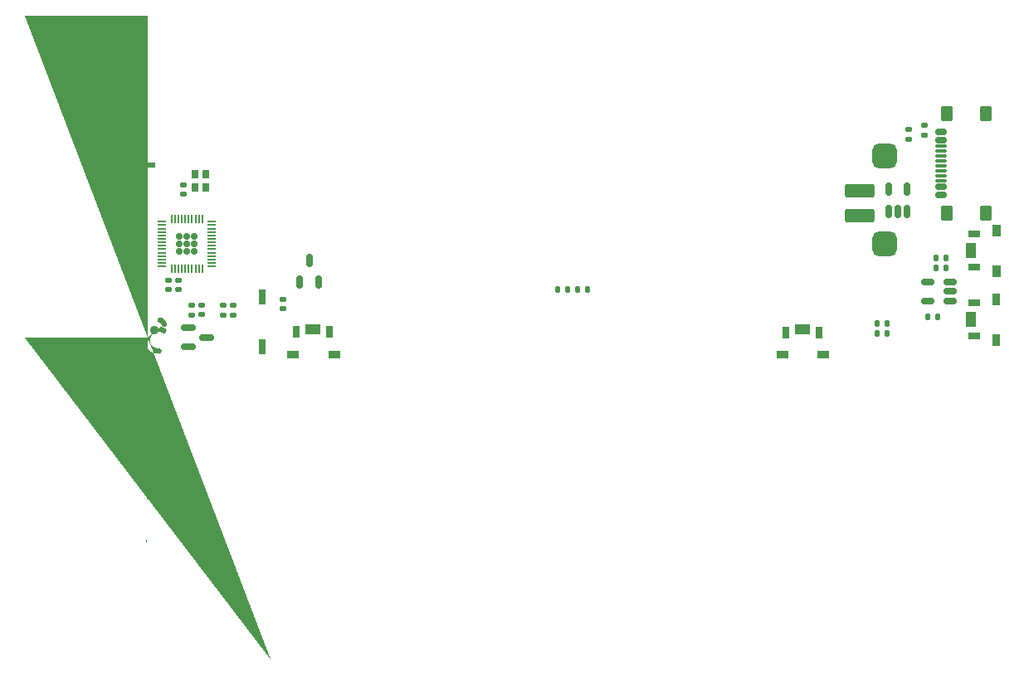
<source format=gbr>
%TF.GenerationSoftware,KiCad,Pcbnew,8.0.2-1.fc40*%
%TF.CreationDate,2025-03-27T00:29:42+07:00*%
%TF.ProjectId,BadgeMagic,42616467-654d-4616-9769-632e6b696361,rev?*%
%TF.SameCoordinates,Original*%
%TF.FileFunction,Paste,Top*%
%TF.FilePolarity,Positive*%
%FSLAX46Y46*%
G04 Gerber Fmt 4.6, Leading zero omitted, Abs format (unit mm)*
G04 Created by KiCad (PCBNEW 8.0.2-1.fc40) date 2025-03-27 00:29:42*
%MOMM*%
%LPD*%
G01*
G04 APERTURE LIST*
G04 Aperture macros list*
%AMRoundRect*
0 Rectangle with rounded corners*
0 $1 Rounding radius*
0 $2 $3 $4 $5 $6 $7 $8 $9 X,Y pos of 4 corners*
0 Add a 4 corners polygon primitive as box body*
4,1,4,$2,$3,$4,$5,$6,$7,$8,$9,$2,$3,0*
0 Add four circle primitives for the rounded corners*
1,1,$1+$1,$2,$3*
1,1,$1+$1,$4,$5*
1,1,$1+$1,$6,$7*
1,1,$1+$1,$8,$9*
0 Add four rect primitives between the rounded corners*
20,1,$1+$1,$2,$3,$4,$5,0*
20,1,$1+$1,$4,$5,$6,$7,0*
20,1,$1+$1,$6,$7,$8,$9,0*
20,1,$1+$1,$8,$9,$2,$3,0*%
%AMFreePoly0*
4,1,31,0.178810,0.549351,0.252244,0.488286,0.300365,0.405788,0.317367,0.311807,0.304552,0.116635,0.264621,-0.074837,0.254552,-0.102796,0.254066,-0.105238,0.253214,-0.106514,0.198358,-0.258863,0.107058,-0.431840,0.043354,-0.502995,-0.040846,-0.548072,-0.135385,-0.561633,-0.228860,-0.542041,-0.309998,-0.491660,-0.369011,-0.416568,-0.398782,-0.325819,-0.395721,-0.230362,-0.360194,-0.141710,
-0.328836,-0.091185,-0.280815,0.017619,-0.248450,0.132060,-0.232376,0.249898,-0.232627,0.309363,-0.216461,0.403491,-0.169076,0.486414,-0.096187,0.548129,-0.006586,0.581192,0.088919,0.581618,0.178810,0.549351,0.178810,0.549351,$1*%
%AMFreePoly1*
4,1,67,1.355826,1.110038,1.571854,1.049670,1.775415,0.955460,1.775415,0.955461,1.849167,0.894780,1.897718,0.812534,1.915210,0.718643,1.899536,0.624432,1.852583,0.541263,1.780017,0.479169,1.690591,0.445638,1.595089,0.444715,1.505031,0.476511,1.429035,0.519264,1.262866,0.572175,1.089393,0.590035,0.915929,0.572091,0.749785,0.519098,0.597965,0.433294,0.466868,0.318291,
0.362021,0.178939,0.287841,0.021112,0.247459,-0.148538,0.242574,-0.322859,0.273393,-0.494505,0.338617,-0.656239,0.435495,-0.801243,0.559945,-0.923407,0.706721,-1.017580,0.869637,-1.079794,1.041824,-1.107424,1.128931,-1.103495,1.128931,-1.103496,1.223656,-1.115685,1.308500,-1.159536,1.373229,-1.229762,1.410036,-1.317892,1.414481,-1.413295,1.386029,-1.504465,1.328110,-1.580405,
1.247711,-1.631956,1.154529,-1.652900,1.154529,-1.652899,0.930354,-1.645292,0.710295,-1.601855,0.500043,-1.523714,0.305032,-1.412883,0.130303,-1.272233,-0.019625,-1.105398,-0.140877,-0.916690,-0.230318,-0.710990,-0.285637,-0.493614,-0.305402,-0.270182,-0.289103,-0.046470,-0.259541,0.077716,-0.254066,0.105238,-0.252394,0.107741,-0.237162,0.171737,-0.150920,0.378799,-0.032609,0.569364,
0.114715,0.738504,0.287241,0.881846,0.480511,0.995686,0.689526,1.077079,0.908885,1.123923,1.132916,1.135004,1.355826,1.110038,1.355826,1.110038,$1*%
G04 Aperture macros list end*
%ADD10C,0.010000*%
%ADD11RoundRect,0.135000X-0.135000X-0.185000X0.135000X-0.185000X0.135000X0.185000X-0.135000X0.185000X0*%
%ADD12RoundRect,0.140000X0.140000X0.170000X-0.140000X0.170000X-0.140000X-0.170000X0.140000X-0.170000X0*%
%ADD13RoundRect,0.135000X0.185000X-0.135000X0.185000X0.135000X-0.185000X0.135000X-0.185000X-0.135000X0*%
%ADD14RoundRect,0.150000X0.150000X-0.512500X0.150000X0.512500X-0.150000X0.512500X-0.150000X-0.512500X0*%
%ADD15RoundRect,0.135000X-0.185000X0.135000X-0.185000X-0.135000X0.185000X-0.135000X0.185000X0.135000X0*%
%ADD16RoundRect,0.140000X-0.170000X0.140000X-0.170000X-0.140000X0.170000X-0.140000X0.170000X0.140000X0*%
%ADD17RoundRect,0.135000X0.135000X0.185000X-0.135000X0.185000X-0.135000X-0.185000X0.135000X-0.185000X0*%
%ADD18RoundRect,0.140000X0.170000X-0.140000X0.170000X0.140000X-0.170000X0.140000X-0.170000X-0.140000X0*%
%ADD19RoundRect,0.150000X0.512500X0.150000X-0.512500X0.150000X-0.512500X-0.150000X0.512500X-0.150000X0*%
%ADD20FreePoly0,60.000000*%
%ADD21FreePoly1,60.000000*%
%ADD22C,0.900000*%
%ADD23RoundRect,0.205883X1.294117X-0.494117X1.294117X0.494117X-1.294117X0.494117X-1.294117X-0.494117X0*%
%ADD24RoundRect,0.205882X1.294118X-0.494118X1.294118X0.494118X-1.294118X0.494118X-1.294118X-0.494118X0*%
%ADD25R,0.760000X1.600000*%
%ADD26RoundRect,0.625000X-0.625000X-0.625000X0.625000X-0.625000X0.625000X0.625000X-0.625000X0.625000X0*%
%ADD27R,1.200000X0.700000*%
%ADD28R,1.000000X1.500000*%
%ADD29RoundRect,0.150000X0.425000X-0.150000X0.425000X0.150000X-0.425000X0.150000X-0.425000X-0.150000X0*%
%ADD30RoundRect,0.075000X0.500000X-0.075000X0.500000X0.075000X-0.500000X0.075000X-0.500000X-0.075000X0*%
%ADD31RoundRect,0.150000X0.450000X-0.600000X0.450000X0.600000X-0.450000X0.600000X-0.450000X-0.600000X0*%
%ADD32RoundRect,0.062500X-0.062500X0.162500X-0.062500X-0.162500X0.062500X-0.162500X0.062500X0.162500X0*%
%ADD33R,1.600000X0.200000*%
%ADD34RoundRect,0.150000X-0.587500X-0.150000X0.587500X-0.150000X0.587500X0.150000X-0.587500X0.150000X0*%
%ADD35R,0.800000X0.900000*%
%ADD36R,0.900000X0.500000*%
%ADD37RoundRect,0.150000X-0.150000X-0.150000X0.150000X-0.150000X0.150000X0.150000X-0.150000X0.150000X0*%
%ADD38RoundRect,0.150000X0.150000X-0.150000X0.150000X0.150000X-0.150000X0.150000X-0.150000X-0.150000X0*%
%ADD39RoundRect,0.050000X-0.050000X-0.400000X0.050000X-0.400000X0.050000X0.400000X-0.050000X0.400000X0*%
%ADD40RoundRect,0.050000X-0.400000X-0.050000X0.400000X-0.050000X0.400000X0.050000X-0.400000X0.050000X0*%
%ADD41R,0.700000X1.200000*%
%ADD42R,1.500000X1.000000*%
G04 APERTURE END LIST*
D10*
%TO.C,KEY1*%
X194619455Y-110480000D02*
X193920000Y-110480000D01*
X193920000Y-109382090D01*
X194619455Y-109382090D01*
X194619455Y-110480000D01*
G36*
X194619455Y-110480000D02*
G01*
X193920000Y-110480000D01*
X193920000Y-109382090D01*
X194619455Y-109382090D01*
X194619455Y-110480000D01*
G37*
X194619843Y-114681200D02*
X193920000Y-114681200D01*
X193920000Y-113580000D01*
X194619843Y-113580000D01*
X194619843Y-114681200D01*
G36*
X194619843Y-114681200D02*
G01*
X193920000Y-114681200D01*
X193920000Y-113580000D01*
X194619843Y-113580000D01*
X194619843Y-114681200D01*
G37*
%TO.C,KEY2*%
X194639455Y-103468400D02*
X193940000Y-103468400D01*
X193940000Y-102370490D01*
X194639455Y-102370490D01*
X194639455Y-103468400D01*
G36*
X194639455Y-103468400D02*
G01*
X193940000Y-103468400D01*
X193940000Y-102370490D01*
X194639455Y-102370490D01*
X194639455Y-103468400D01*
G37*
X194639843Y-107669600D02*
X193940000Y-107669600D01*
X193940000Y-106568400D01*
X194639843Y-106568400D01*
X194639843Y-107669600D01*
G36*
X194639843Y-107669600D02*
G01*
X193940000Y-107669600D01*
X193940000Y-106568400D01*
X194639843Y-106568400D01*
X194639843Y-107669600D01*
G37*
%TO.C,KEY4*%
X172990000Y-115959843D02*
X171888800Y-115959843D01*
X171888800Y-115260000D01*
X172990000Y-115260000D01*
X172990000Y-115959843D01*
G36*
X172990000Y-115959843D02*
G01*
X171888800Y-115959843D01*
X171888800Y-115260000D01*
X172990000Y-115260000D01*
X172990000Y-115959843D01*
G37*
X177187910Y-115959455D02*
X176090000Y-115959455D01*
X176090000Y-115260000D01*
X177187910Y-115260000D01*
X177187910Y-115959455D01*
G36*
X177187910Y-115959455D02*
G01*
X176090000Y-115959455D01*
X176090000Y-115260000D01*
X177187910Y-115260000D01*
X177187910Y-115959455D01*
G37*
%TO.C,KEY3*%
X123050000Y-115949843D02*
X121948800Y-115949843D01*
X121948800Y-115250000D01*
X123050000Y-115250000D01*
X123050000Y-115949843D01*
G36*
X123050000Y-115949843D02*
G01*
X121948800Y-115949843D01*
X121948800Y-115250000D01*
X123050000Y-115250000D01*
X123050000Y-115949843D01*
G37*
X127247910Y-115949455D02*
X126150000Y-115949455D01*
X126150000Y-115250000D01*
X127247910Y-115250000D01*
X127247910Y-115949455D01*
G36*
X127247910Y-115949455D02*
G01*
X126150000Y-115949455D01*
X126150000Y-115250000D01*
X127247910Y-115250000D01*
X127247910Y-115949455D01*
G37*
%TD*%
D11*
%TO.C,R10*%
X182150000Y-112490000D03*
X183170000Y-112490000D03*
%TD*%
D12*
%TO.C,C2*%
X107090000Y-100640000D03*
X106130000Y-100640000D03*
%TD*%
D13*
%TO.C,R4*%
X185340000Y-93640000D03*
X185340000Y-92620000D03*
%TD*%
%TO.C,R5*%
X186960000Y-93210000D03*
X186960000Y-92190000D03*
%TD*%
D14*
%TO.C,U4*%
X183327500Y-101037500D03*
X184277500Y-101037500D03*
X185227500Y-101037500D03*
X185227500Y-98762500D03*
X183327500Y-98762500D03*
%TD*%
D15*
%TO.C,R6*%
X112254400Y-110569400D03*
X112254400Y-111589400D03*
%TD*%
%TO.C,R9*%
X116470800Y-110569400D03*
X116470800Y-111589400D03*
%TD*%
D16*
%TO.C,C7*%
X113270400Y-110599400D03*
X113270400Y-111559400D03*
%TD*%
D17*
%TO.C,R7*%
X188300000Y-111800000D03*
X187280000Y-111800000D03*
%TD*%
D18*
%TO.C,C8*%
X105840000Y-94280000D03*
X105840000Y-93320000D03*
%TD*%
%TO.C,C5*%
X109816000Y-109019400D03*
X109816000Y-108059400D03*
%TD*%
D16*
%TO.C,C4*%
X110832000Y-108059400D03*
X110832000Y-109019400D03*
%TD*%
D19*
%TO.C,U3*%
X189585000Y-110140000D03*
X189585000Y-109190000D03*
X189585000Y-108240000D03*
X187310000Y-108240000D03*
X187310000Y-110140000D03*
%TD*%
D20*
%TO.C,MK1*%
X109244930Y-112317002D03*
D21*
X107695582Y-113929669D03*
D22*
X108440000Y-113100000D03*
%TD*%
D23*
%TO.C,J1*%
X180413200Y-101420000D03*
D24*
X180413200Y-98920000D03*
%TD*%
D17*
%TO.C,R1*%
X152580000Y-109000000D03*
X151560000Y-109000000D03*
%TD*%
D25*
%TO.C,SW1*%
X119380000Y-114860000D03*
X119380000Y-109780000D03*
%TD*%
D11*
%TO.C,R11*%
X182150000Y-113480000D03*
X183170000Y-113480000D03*
%TD*%
D15*
%TO.C,R8*%
X115454800Y-110569400D03*
X115454800Y-111589400D03*
%TD*%
D26*
%TO.C,BT1*%
X182929200Y-104320200D03*
X182929200Y-95320200D03*
%TD*%
D27*
%TO.C,KEY1*%
X192020000Y-110330000D03*
X192020000Y-113730000D03*
D28*
X191720000Y-112030000D03*
%TD*%
D11*
%TO.C,R3*%
X188155600Y-106752000D03*
X189175600Y-106752000D03*
%TD*%
D27*
%TO.C,KEY2*%
X192040000Y-103318400D03*
X192040000Y-106718400D03*
D28*
X191740000Y-105018400D03*
%TD*%
D12*
%TO.C,C6*%
X189145600Y-105812200D03*
X188185600Y-105812200D03*
%TD*%
D29*
%TO.C,J2*%
X188710000Y-99330000D03*
X188710000Y-98530000D03*
D30*
X188710000Y-97380000D03*
X188710000Y-96380000D03*
X188710000Y-95880000D03*
X188710000Y-94880000D03*
D29*
X188710000Y-93730000D03*
X188710000Y-92930000D03*
X188710000Y-92930000D03*
X188710000Y-93730000D03*
D30*
X188710000Y-94380000D03*
X188710000Y-95380000D03*
X188710000Y-96880000D03*
X188710000Y-97880000D03*
D29*
X188710000Y-98530000D03*
X188710000Y-99330000D03*
D31*
X189285000Y-101240000D03*
X193215000Y-101240000D03*
X189285000Y-91020000D03*
X193215000Y-91020000D03*
%TD*%
D18*
%TO.C,C3*%
X121500000Y-110960000D03*
X121500000Y-110000000D03*
%TD*%
D32*
%TO.C,U5*%
X106680000Y-96752500D03*
X106180000Y-96752500D03*
X105680000Y-96752500D03*
X105180000Y-96752500D03*
X105180000Y-99327500D03*
X105680000Y-99327500D03*
X106180000Y-99327500D03*
X106680000Y-99327500D03*
D33*
X105930000Y-98040000D03*
%TD*%
D34*
%TO.C,Q1*%
X111842500Y-112920000D03*
X111842500Y-114820000D03*
X113717500Y-113870000D03*
%TD*%
D35*
%TO.C,Y1*%
X113670000Y-98610000D03*
X113670000Y-97210000D03*
X112570000Y-97210000D03*
X112570000Y-98610000D03*
%TD*%
D16*
%TO.C,C1*%
X111360000Y-98280000D03*
X111360000Y-99240000D03*
%TD*%
D36*
%TO.C,AE1*%
X108049000Y-96292525D03*
%TD*%
D17*
%TO.C,R2*%
X150550000Y-108990000D03*
X149530000Y-108990000D03*
%TD*%
D37*
%TO.C,U1*%
X110971000Y-103598400D03*
X110971000Y-104348400D03*
X110971000Y-105098400D03*
X111721000Y-103598400D03*
X111721000Y-104348400D03*
X111721000Y-105098400D03*
D38*
X112471000Y-103598400D03*
D37*
X112471000Y-104348400D03*
X112471000Y-105098400D03*
D39*
X110146000Y-106888400D03*
X110496000Y-106888400D03*
X110846000Y-106888400D03*
X111196000Y-106888400D03*
X111546000Y-106888400D03*
X111896000Y-106888400D03*
X112246000Y-106888400D03*
X112596000Y-106888400D03*
X112946000Y-106888400D03*
X113296000Y-106888400D03*
D40*
X114261000Y-106623400D03*
X114261000Y-106273400D03*
X114261000Y-105923400D03*
X114261000Y-105573400D03*
X114261000Y-105223400D03*
X114261000Y-104873400D03*
X114261000Y-104523400D03*
X114261000Y-104173400D03*
X114261000Y-103823400D03*
X114261000Y-103473400D03*
X114261000Y-103123400D03*
X114261000Y-102773400D03*
X114261000Y-102423400D03*
X114261000Y-102073400D03*
D39*
X113296000Y-101808400D03*
X112946000Y-101808400D03*
X112596000Y-101808400D03*
X112246000Y-101808400D03*
X111896000Y-101808400D03*
X111546000Y-101808400D03*
X111196000Y-101808400D03*
X110846000Y-101808400D03*
X110496000Y-101808400D03*
X110146000Y-101808400D03*
D40*
X109181000Y-102073400D03*
X109181000Y-102423400D03*
X109181000Y-102773400D03*
X109181000Y-103123400D03*
X109181000Y-103473400D03*
X109181000Y-103823400D03*
X109181000Y-104173400D03*
X109181000Y-104523400D03*
X109181000Y-104873400D03*
X109181000Y-105223400D03*
X109181000Y-105573400D03*
X109181000Y-105923400D03*
X109181000Y-106273400D03*
X109181000Y-106623400D03*
%TD*%
D41*
%TO.C,KEY4*%
X176240000Y-113360000D03*
X172840000Y-113360000D03*
D42*
X174540000Y-113060000D03*
%TD*%
D14*
%TO.C,U2*%
X123260000Y-108267500D03*
X125160000Y-108267500D03*
X124210000Y-105992500D03*
%TD*%
D41*
%TO.C,KEY3*%
X126300000Y-113350000D03*
X122900000Y-113350000D03*
D42*
X124600000Y-113050000D03*
%TD*%
M02*

</source>
